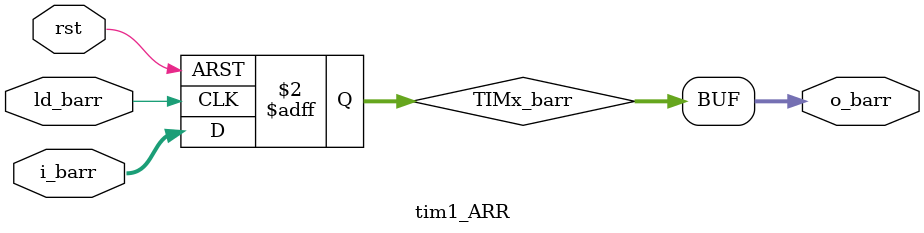
<source format=v>
module tim1_ARR(
    input wire rst,

    input wire ld_barr,

    input wire [15:0] i_barr,

    output wire [15:0] o_barr

    );

reg [15:0]TIMx_barr;


assign o_barr = TIMx_barr;


always @(posedge ld_barr or posedge rst) begin
    if (rst) begin
        TIMx_barr <= 16'hffff;
    end
    else begin
        TIMx_barr <= i_barr;
    end
end 

endmodule
</source>
